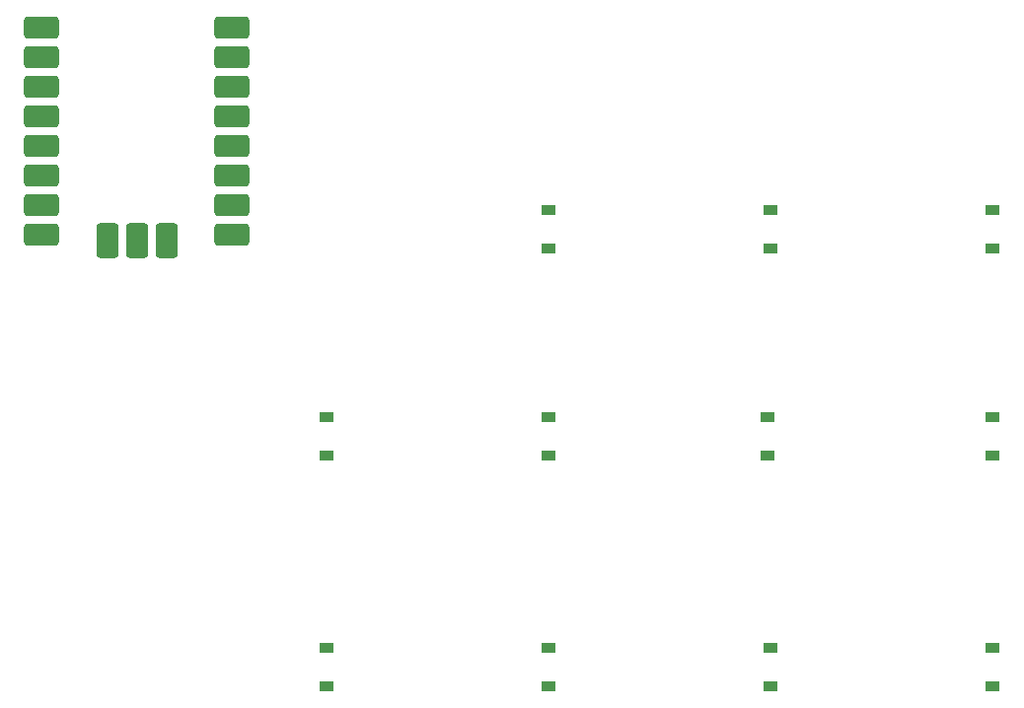
<source format=gbr>
%TF.GenerationSoftware,KiCad,Pcbnew,(6.0.4)*%
%TF.CreationDate,2022-05-13T18:02:53+01:00*%
%TF.ProjectId,MacroPad,4d616372-6f50-4616-942e-6b696361645f,rev?*%
%TF.SameCoordinates,Original*%
%TF.FileFunction,Paste,Top*%
%TF.FilePolarity,Positive*%
%FSLAX46Y46*%
G04 Gerber Fmt 4.6, Leading zero omitted, Abs format (unit mm)*
G04 Created by KiCad (PCBNEW (6.0.4)) date 2022-05-13 18:02:53*
%MOMM*%
%LPD*%
G01*
G04 APERTURE LIST*
G04 Aperture macros list*
%AMRoundRect*
0 Rectangle with rounded corners*
0 $1 Rounding radius*
0 $2 $3 $4 $5 $6 $7 $8 $9 X,Y pos of 4 corners*
0 Add a 4 corners polygon primitive as box body*
4,1,4,$2,$3,$4,$5,$6,$7,$8,$9,$2,$3,0*
0 Add four circle primitives for the rounded corners*
1,1,$1+$1,$2,$3*
1,1,$1+$1,$4,$5*
1,1,$1+$1,$6,$7*
1,1,$1+$1,$8,$9*
0 Add four rect primitives between the rounded corners*
20,1,$1+$1,$2,$3,$4,$5,0*
20,1,$1+$1,$4,$5,$6,$7,0*
20,1,$1+$1,$6,$7,$8,$9,0*
20,1,$1+$1,$8,$9,$2,$3,0*%
G04 Aperture macros list end*
%ADD10R,1.200000X0.900000*%
%ADD11RoundRect,0.285000X-1.215000X-0.665000X1.215000X-0.665000X1.215000X0.665000X-1.215000X0.665000X0*%
%ADD12RoundRect,0.285000X0.665000X-1.215000X0.665000X1.215000X-0.665000X1.215000X-0.665000X-1.215000X0*%
G04 APERTURE END LIST*
D10*
%TO.C,D9*%
X201814000Y-71032000D03*
X201814000Y-67732000D03*
%TD*%
%TO.C,D3*%
X201814000Y-108624000D03*
X201814000Y-105324000D03*
%TD*%
%TO.C,DR1*%
X144664000Y-88812000D03*
X144664000Y-85512000D03*
%TD*%
%TO.C,D1*%
X163714000Y-108624000D03*
X163714000Y-105324000D03*
%TD*%
%TO.C,D5*%
X182510000Y-88812000D03*
X182510000Y-85512000D03*
%TD*%
%TO.C,D8*%
X182764000Y-71032000D03*
X182764000Y-67732000D03*
%TD*%
%TO.C,D4*%
X163714000Y-88812000D03*
X163714000Y-85512000D03*
%TD*%
D11*
%TO.C,PCB1*%
X136578000Y-52138600D03*
X136578000Y-54678600D03*
X136578000Y-57218600D03*
X136578000Y-59758600D03*
X120238000Y-57218600D03*
X136578000Y-62298600D03*
X136578000Y-64838600D03*
X120238000Y-52138600D03*
X136578000Y-67378600D03*
X136578000Y-69918600D03*
X120238000Y-67378600D03*
X120238000Y-64838600D03*
X120238000Y-62298600D03*
X120238000Y-59758600D03*
X120238000Y-54678600D03*
X120238000Y-69918600D03*
D12*
X128408000Y-70358600D03*
X125868000Y-70358600D03*
X130948000Y-70358600D03*
%TD*%
D10*
%TO.C,D6*%
X201814000Y-88812000D03*
X201814000Y-85512000D03*
%TD*%
%TO.C,D2*%
X182764000Y-108624000D03*
X182764000Y-105324000D03*
%TD*%
%TO.C,DM1*%
X144664000Y-108624000D03*
X144664000Y-105324000D03*
%TD*%
%TO.C,D7*%
X163714000Y-71032000D03*
X163714000Y-67732000D03*
%TD*%
M02*

</source>
